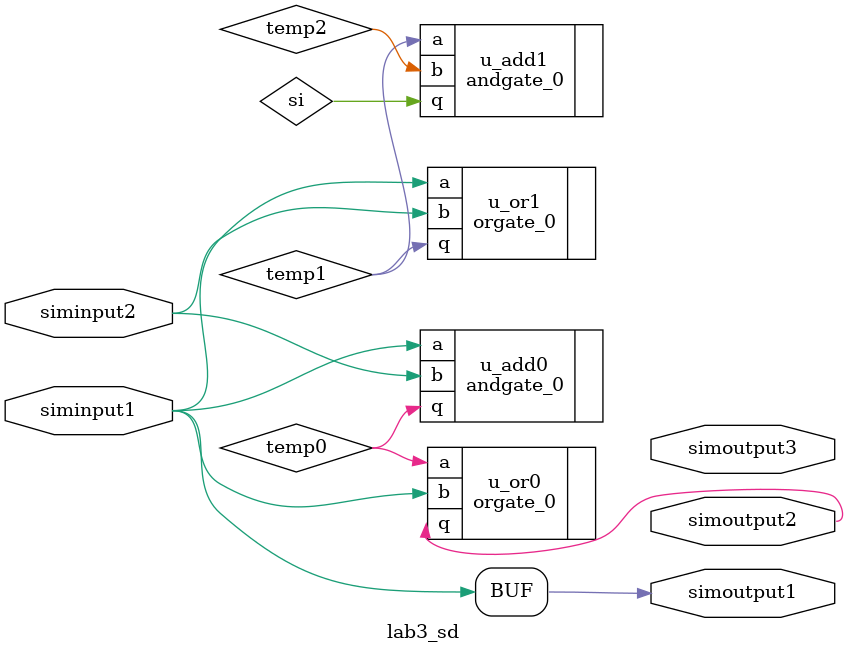
<source format=v>
`timescale 1ns / 1ps


module lab3_sd(
    input siminput1,
    input siminput2,
    output simoutput1,
    output simoutput2,
    output simoutput3
    );
    assign simoutput1 = siminput1;
    wire temp0;
    andgate_0 u_add0(
       .a(siminput1),
       .b(siminput2),
       .q(temp0) );
    orgate_0 u_or0(
    .a(temp0),
    .b(siminput1),
    .q(simoutput2)
    );
    wire temp1;
    orgate_0 u_or1(
        .a(siminput1),
        .b(siminput2),
        .q(temp1)
        );
    andgate_0 u_add1(
        .a(temp1),
        .b(temp2),
        .q(si) );
endmodule

</source>
